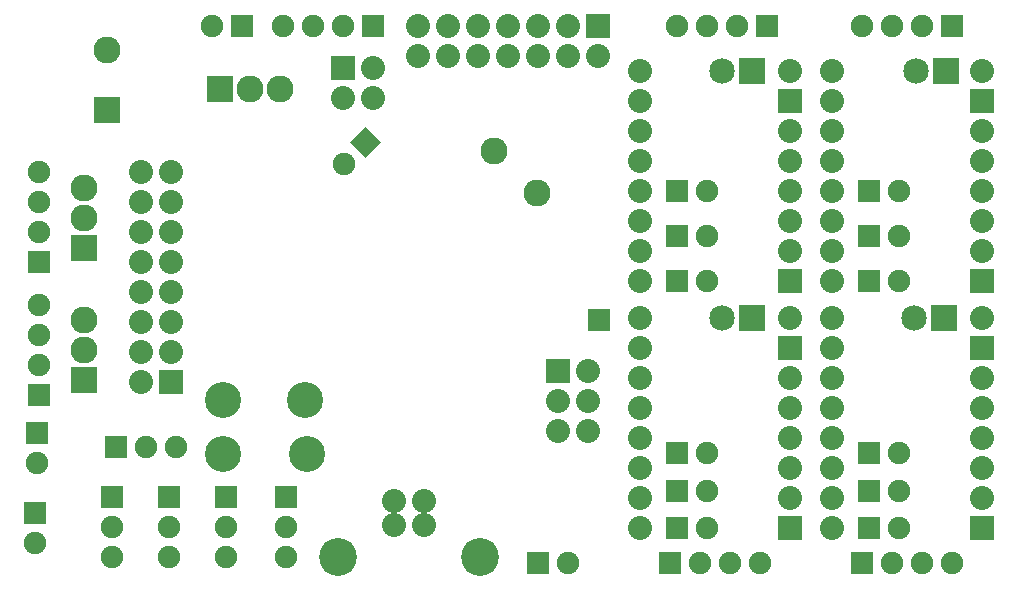
<source format=gbs>
G04 (created by PCBNEW-RS274X (2012-01-19 BZR 3256)-stable) date 5/05/2012 5:35:00 PM*
G01*
G70*
G90*
%MOIN*%
G04 Gerber Fmt 3.4, Leading zero omitted, Abs format*
%FSLAX34Y34*%
G04 APERTURE LIST*
%ADD10C,0.006000*%
%ADD11C,0.080000*%
%ADD12C,0.126300*%
%ADD13C,0.090000*%
%ADD14R,0.090000X0.090000*%
%ADD15R,0.080000X0.080000*%
%ADD16R,0.075000X0.075000*%
%ADD17C,0.075000*%
%ADD18C,0.120000*%
%ADD19R,0.085000X0.085000*%
%ADD20C,0.085000*%
G04 APERTURE END LIST*
G54D10*
G54D11*
X47315Y-22855D03*
X46315Y-22855D03*
X46315Y-23642D03*
X47315Y-23642D03*
G54D12*
X49177Y-24705D03*
X44453Y-24705D03*
G54D13*
X35970Y-12400D03*
X35970Y-13400D03*
G54D14*
X35970Y-14400D03*
G54D13*
X35970Y-16820D03*
X35970Y-17820D03*
G54D14*
X35970Y-18820D03*
G54D13*
X42500Y-09100D03*
X41500Y-09100D03*
G54D14*
X40500Y-09100D03*
G54D15*
X59500Y-15500D03*
G54D11*
X59500Y-14500D03*
X59500Y-13500D03*
X59500Y-12500D03*
X59500Y-11500D03*
X59500Y-10500D03*
G54D15*
X59500Y-09500D03*
G54D11*
X59500Y-08500D03*
X54500Y-08500D03*
X54500Y-09500D03*
X54500Y-10500D03*
X54500Y-11500D03*
X54500Y-12500D03*
X54500Y-13500D03*
X54500Y-14500D03*
X54500Y-15500D03*
G54D15*
X65900Y-15500D03*
G54D11*
X65900Y-14500D03*
X65900Y-13500D03*
X65900Y-12500D03*
X65900Y-11500D03*
X65900Y-10500D03*
G54D15*
X65900Y-09500D03*
G54D11*
X65900Y-08500D03*
X60900Y-08500D03*
X60900Y-09500D03*
X60900Y-10500D03*
X60900Y-11500D03*
X60900Y-12500D03*
X60900Y-13500D03*
X60900Y-14500D03*
X60900Y-15500D03*
G54D15*
X59500Y-23750D03*
G54D11*
X59500Y-22750D03*
X59500Y-21750D03*
X59500Y-20750D03*
X59500Y-19750D03*
X59500Y-18750D03*
G54D15*
X59500Y-17750D03*
G54D11*
X59500Y-16750D03*
X54500Y-16750D03*
X54500Y-17750D03*
X54500Y-18750D03*
X54500Y-19750D03*
X54500Y-20750D03*
X54500Y-21750D03*
X54500Y-22750D03*
X54500Y-23750D03*
G54D15*
X65900Y-23750D03*
G54D11*
X65900Y-22750D03*
X65900Y-21750D03*
X65900Y-20750D03*
X65900Y-19750D03*
X65900Y-18750D03*
G54D15*
X65900Y-17750D03*
G54D11*
X65900Y-16750D03*
X60900Y-16750D03*
X60900Y-17750D03*
X60900Y-18750D03*
X60900Y-19750D03*
X60900Y-20750D03*
X60900Y-21750D03*
X60900Y-22750D03*
X60900Y-23750D03*
G54D16*
X64900Y-07000D03*
G54D17*
X63900Y-07000D03*
X62900Y-07000D03*
X61900Y-07000D03*
G54D16*
X55500Y-24900D03*
G54D17*
X56500Y-24900D03*
X57500Y-24900D03*
X58500Y-24900D03*
G54D16*
X58750Y-07000D03*
G54D17*
X57750Y-07000D03*
X56750Y-07000D03*
X55750Y-07000D03*
G54D16*
X61900Y-24900D03*
G54D17*
X62900Y-24900D03*
X63900Y-24900D03*
X64900Y-24900D03*
G54D16*
X34495Y-14875D03*
G54D17*
X34495Y-13875D03*
X34495Y-12875D03*
X34495Y-11875D03*
G54D16*
X34495Y-19320D03*
G54D17*
X34495Y-18320D03*
X34495Y-17320D03*
X34495Y-16320D03*
G54D16*
X45600Y-07000D03*
G54D17*
X44600Y-07000D03*
X43600Y-07000D03*
X42600Y-07000D03*
G54D16*
X36900Y-22700D03*
G54D17*
X36900Y-23700D03*
X36900Y-24700D03*
G54D16*
X42700Y-22700D03*
G54D17*
X42700Y-23700D03*
X42700Y-24700D03*
G54D16*
X40700Y-22700D03*
G54D17*
X40700Y-23700D03*
X40700Y-24700D03*
G54D16*
X38800Y-22700D03*
G54D17*
X38800Y-23700D03*
X38800Y-24700D03*
G54D16*
X37040Y-21055D03*
G54D17*
X38040Y-21055D03*
X39040Y-21055D03*
G54D16*
X62150Y-12500D03*
G54D17*
X63150Y-12500D03*
G54D16*
X34410Y-20575D03*
G54D17*
X34410Y-21575D03*
G54D16*
X41250Y-07000D03*
G54D17*
X40250Y-07000D03*
G54D10*
G36*
X45364Y-10356D02*
X45894Y-10886D01*
X45364Y-11416D01*
X44834Y-10886D01*
X45364Y-10356D01*
X45364Y-10356D01*
G37*
G54D17*
X44656Y-11594D03*
G54D16*
X51100Y-24900D03*
G54D17*
X52100Y-24900D03*
G54D16*
X34365Y-23240D03*
G54D17*
X34365Y-24240D03*
G54D16*
X55750Y-23750D03*
G54D17*
X56750Y-23750D03*
G54D16*
X62150Y-21250D03*
G54D17*
X63150Y-21250D03*
G54D16*
X55750Y-12500D03*
G54D17*
X56750Y-12500D03*
G54D16*
X55750Y-21250D03*
G54D17*
X56750Y-21250D03*
G54D16*
X62150Y-22500D03*
G54D17*
X63150Y-22500D03*
G54D16*
X62150Y-14000D03*
G54D17*
X63150Y-14000D03*
G54D16*
X55750Y-14000D03*
G54D17*
X56750Y-14000D03*
G54D16*
X55750Y-22500D03*
G54D17*
X56750Y-22500D03*
G54D16*
X62150Y-23750D03*
G54D17*
X63150Y-23750D03*
G54D16*
X62150Y-15500D03*
G54D17*
X63150Y-15500D03*
G54D16*
X55750Y-15500D03*
G54D17*
X56750Y-15500D03*
G54D16*
X53150Y-16810D03*
G54D18*
X40600Y-19480D03*
X43350Y-19480D03*
X40600Y-21280D03*
X43400Y-21280D03*
G54D15*
X38870Y-18880D03*
G54D11*
X37870Y-18880D03*
X38870Y-17880D03*
X37870Y-17880D03*
X38870Y-16880D03*
X37870Y-16880D03*
X38870Y-15880D03*
X37870Y-15880D03*
X38870Y-14880D03*
X37870Y-14880D03*
X38870Y-13880D03*
X37870Y-13880D03*
X38870Y-12880D03*
X37870Y-12880D03*
X38870Y-11880D03*
X37870Y-11880D03*
G54D15*
X53100Y-07000D03*
G54D11*
X53100Y-08000D03*
X52100Y-07000D03*
X52100Y-08000D03*
X51100Y-07000D03*
X51100Y-08000D03*
X50100Y-07000D03*
X50100Y-08000D03*
X49100Y-07000D03*
X49100Y-08000D03*
X48100Y-07000D03*
X48100Y-08000D03*
X47100Y-07000D03*
X47100Y-08000D03*
G54D15*
X51795Y-18515D03*
G54D11*
X52795Y-18515D03*
X51795Y-19515D03*
X52795Y-19515D03*
X51795Y-20515D03*
X52795Y-20515D03*
G54D15*
X44600Y-08400D03*
G54D11*
X45600Y-08400D03*
X44600Y-09400D03*
X45600Y-09400D03*
G54D13*
X51067Y-12587D03*
X49653Y-11173D03*
G54D14*
X36760Y-09820D03*
G54D13*
X36760Y-07820D03*
G54D19*
X64650Y-16750D03*
G54D20*
X63650Y-16750D03*
G54D19*
X58250Y-16750D03*
G54D20*
X57250Y-16750D03*
G54D19*
X64700Y-08500D03*
G54D20*
X63700Y-08500D03*
G54D19*
X58250Y-08500D03*
G54D20*
X57250Y-08500D03*
M02*

</source>
